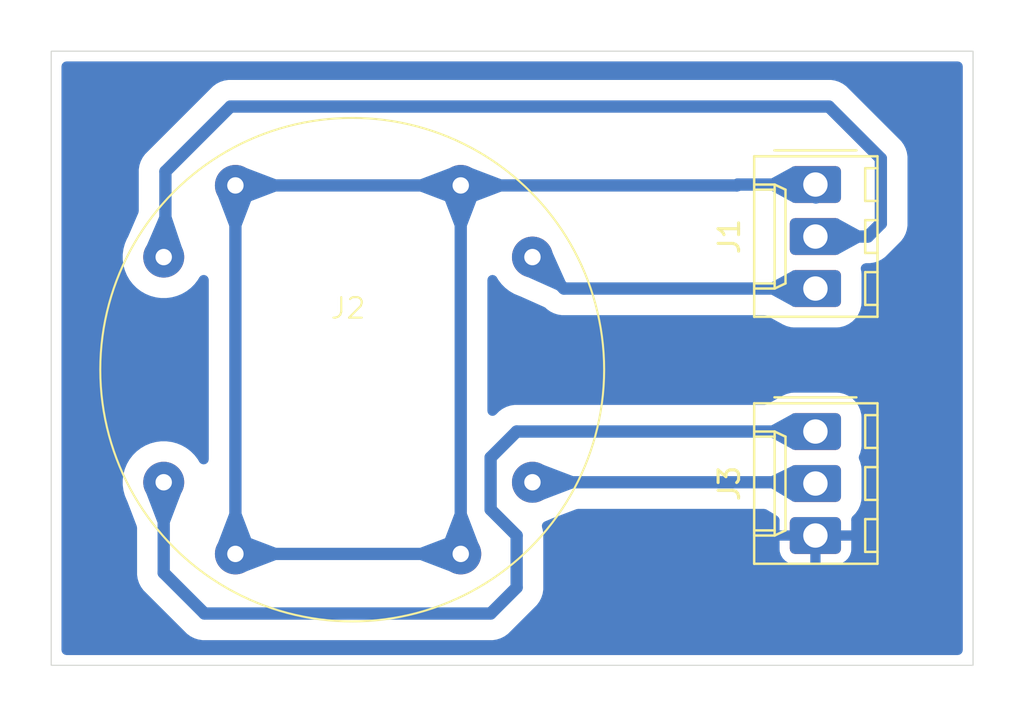
<source format=kicad_pcb>
(kicad_pcb (version 20241229) (generator "pcbnew") (generator_version "9.0")
  (layers (0 "F.Cu" signal) (2 "B.Cu" signal) (13 "F.Paste" user) (15 "B.Paste" user) (5 "F.SilkS" user "F.Silkscreen") (7 "B.SilkS" user "B.Silkscreen") (1 "F.Mask" user) (3 "B.Mask" user) (25 "Edge.Cuts" user))
  (net 0 "")
  (net 1 "+3.3V")
  (net 2 "GND")
  (net 3 "LDR_SD")
  (net 4 "LDR_SI")
  (net 5 "LDR_II")
  (net 6 "LDR_ID")
  (footprint "Connector_Molex:Molex_KK-254_AE-6410-03A_1x03_P2.54mm_Vertical" (layer "F.Cu") (at 187.305 68.58 -90)
    (property "Reference" "J3" (at 2.54 4.205 90) (layer "F.SilkS"))
    (property "Value" "Conn_01x03")
    (fp_line (start -1.38 2.99) (end 6.46 2.99) (stroke (width 0.12)) (layer "F.SilkS"))
    (fp_line (start 0 2.99) (end 0 1.99) (stroke (width 0.12)) (layer "F.SilkS"))
    (fp_line (start 0.25 2.99) (end 0.25 1.99) (stroke (width 0.12)) (layer "F.SilkS"))
    (fp_line (start 4.83 2.99) (end 4.83 1.99) (stroke (width 0.12)) (layer "F.SilkS"))
    (fp_line (start 6.46 2.99) (end 6.46 -3.03) (stroke (width 0.12)) (layer "F.SilkS"))
    (fp_line (start 0 1.99) (end 5.08 1.99) (stroke (width 0.12)) (layer "F.SilkS"))
    (fp_line (start 0 1.99) (end 0.25 1.46) (stroke (width 0.12)) (layer "F.SilkS"))
    (fp_line (start 5.08 1.99) (end 5.08 2.99) (stroke (width 0.12)) (layer "F.SilkS"))
    (fp_line (start 0.25 1.46) (end 4.83 1.46) (stroke (width 0.12)) (layer "F.SilkS"))
    (fp_line (start 4.83 1.46) (end 5.08 1.99) (stroke (width 0.12)) (layer "F.SilkS"))
    (fp_line (start -1.67 -2) (end -1.67 2) (stroke (width 0.12)) (layer "F.SilkS"))
    (fp_line (start -0.8 -2.43) (end 0.8 -2.43) (stroke (width 0.12)) (layer "F.SilkS"))
    (fp_line (start 0.8 -2.43) (end 0.8 -3.03) (stroke (width 0.12)) (layer "F.SilkS"))
    (fp_line (start 1.74 -2.43) (end 3.34 -2.43) (stroke (width 0.12)) (layer "F.SilkS"))
    (fp_line (start 3.34 -2.43) (end 3.34 -3.03) (stroke (width 0.12)) (layer "F.SilkS"))
    (fp_line (start 4.28 -2.43) (end 5.88 -2.43) (stroke (width 0.12)) (layer "F.SilkS"))
    (fp_line (start 5.88 -2.43) (end 5.88 -3.03) (stroke (width 0.12)) (layer "F.SilkS"))
    (fp_line (start -1.38 -3.03) (end -1.38 2.99) (stroke (width 0.12)) (layer "F.SilkS"))
    (fp_line (start -0.8 -3.03) (end -0.8 -2.43) (stroke (width 0.12)) (layer "F.SilkS"))
    (fp_line (start 1.74 -3.03) (end 1.74 -2.43) (stroke (width 0.12)) (layer "F.SilkS"))
    (fp_line (start 4.28 -3.03) (end 4.28 -2.43) (stroke (width 0.12)) (layer "F.SilkS"))
    (fp_line (start 6.46 -3.03) (end -1.38 -3.03) (stroke (width 0.12)) (layer "F.SilkS"))
    (pad "1" thru_hole roundrect (at 0 0 270) (size 1.8 2.5) (drill 1.19) (layers "*.Cu" "*.Mask") (roundrect_rratio 0.143678) (net 5 "LDR_II"))
    (pad "2" thru_hole roundrect (at 2.54 0 270) (size 1.8 2.5) (drill 1.19) (layers "*.Cu" "*.Mask") (roundrect_rratio 0.143678) (net 6 "LDR_ID"))
    (pad "3" thru_hole roundrect (at 5.08 0 270) (size 1.8 2.5) (drill 1.19) (layers "*.Cu" "*.Mask") (roundrect_rratio 0.143678) (net 2 "GND"))
  )
  (footprint "@EmersonPrez15:LDR_PANEL" (layer "F.Cu") (at 164.991748 65.558374)
    (property "Reference" "J2" (at -0.5 -3 0) (layer "F.SilkS") (effects (font (thickness 0.1))))
    (property "Value" "Conn_01x08")
    (fp_circle (center -0.298374 0) (end -11.298374 -5.5) (stroke (width 0.1)) (fill no) (layer "F.SilkS"))
    (pad "1" thru_hole circle (at -9.5 5.5 180) (size 2 2) (drill 0.8) (layers "*.Cu" "*.Mask") (net 5 "LDR_II"))
    (pad "2" thru_hole circle (at -6 9 90) (size 2 2) (drill 0.8) (layers "*.Cu" "*.Mask") (net 1 "+3.3V"))
    (pad "3" thru_hole circle (at 5 9 90) (size 2 2) (drill 0.8) (layers "*.Cu" "*.Mask") (net 1 "+3.3V"))
    (pad "4" thru_hole circle (at 8.5 5.5 180) (size 2 2) (drill 0.8) (layers "*.Cu" "*.Mask") (net 6 "LDR_ID"))
    (pad "5" thru_hole circle (at 8.5 -5.5 180) (size 2 2) (drill 0.8) (layers "*.Cu" "*.Mask") (net 3 "LDR_SD"))
    (pad "6" thru_hole circle (at 5 -9 90) (size 2 2) (drill 0.8) (layers "*.Cu" "*.Mask") (net 1 "+3.3V"))
    (pad "7" thru_hole circle (at -6 -9 90) (size 2 2) (drill 0.8) (layers "*.Cu" "*.Mask") (net 1 "+3.3V"))
    (pad "8" thru_hole circle (at -9.5 -5.5 180) (size 2 2) (drill 0.8) (layers "*.Cu" "*.Mask") (net 4 "LDR_SI"))
  )
  (footprint "Connector_Molex:Molex_KK-254_AE-6410-03A_1x03_P2.54mm_Vertical" (layer "F.Cu") (at 187.305 56.515 -90)
    (property "Reference" "J1" (at 2.54 4.205 90) (layer "F.SilkS"))
    (property "Value" "Conn_01x03")
    (fp_line (start -1.38 2.99) (end 6.46 2.99) (stroke (width 0.12)) (layer "F.SilkS"))
    (fp_line (start 0 2.99) (end 0 1.99) (stroke (width 0.12)) (layer "F.SilkS"))
    (fp_line (start 0.25 2.99) (end 0.25 1.99) (stroke (width 0.12)) (layer "F.SilkS"))
    (fp_line (start 4.83 2.99) (end 4.83 1.99) (stroke (width 0.12)) (layer "F.SilkS"))
    (fp_line (start 6.46 2.99) (end 6.46 -3.03) (stroke (width 0.12)) (layer "F.SilkS"))
    (fp_line (start 0 1.99) (end 5.08 1.99) (stroke (width 0.12)) (layer "F.SilkS"))
    (fp_line (start 0 1.99) (end 0.25 1.46) (stroke (width 0.12)) (layer "F.SilkS"))
    (fp_line (start 5.08 1.99) (end 5.08 2.99) (stroke (width 0.12)) (layer "F.SilkS"))
    (fp_line (start 0.25 1.46) (end 4.83 1.46) (stroke (width 0.12)) (layer "F.SilkS"))
    (fp_line (start 4.83 1.46) (end 5.08 1.99) (stroke (width 0.12)) (layer "F.SilkS"))
    (fp_line (start -1.67 -2) (end -1.67 2) (stroke (width 0.12)) (layer "F.SilkS"))
    (fp_line (start -0.8 -2.43) (end 0.8 -2.43) (stroke (width 0.12)) (layer "F.SilkS"))
    (fp_line (start 0.8 -2.43) (end 0.8 -3.03) (stroke (width 0.12)) (layer "F.SilkS"))
    (fp_line (start 1.74 -2.43) (end 3.34 -2.43) (stroke (width 0.12)) (layer "F.SilkS"))
    (fp_line (start 3.34 -2.43) (end 3.34 -3.03) (stroke (width 0.12)) (layer "F.SilkS"))
    (fp_line (start 4.28 -2.43) (end 5.88 -2.43) (stroke (width 0.12)) (layer "F.SilkS"))
    (fp_line (start 5.88 -2.43) (end 5.88 -3.03) (stroke (width 0.12)) (layer "F.SilkS"))
    (fp_line (start -1.38 -3.03) (end -1.38 2.99) (stroke (width 0.12)) (layer "F.SilkS"))
    (fp_line (start -0.8 -3.03) (end -0.8 -2.43) (stroke (width 0.12)) (layer "F.SilkS"))
    (fp_line (start 1.74 -3.03) (end 1.74 -2.43) (stroke (width 0.12)) (layer "F.SilkS"))
    (fp_line (start 4.28 -3.03) (end 4.28 -2.43) (stroke (width 0.12)) (layer "F.SilkS"))
    (fp_line (start 6.46 -3.03) (end -1.38 -3.03) (stroke (width 0.12)) (layer "F.SilkS"))
    (pad "1" thru_hole roundrect (at 0 0 270) (size 1.8 2.5) (drill 1.19) (layers "*.Cu" "*.Mask") (roundrect_rratio 0.143678) (net 1 "+3.3V"))
    (pad "2" thru_hole roundrect (at 2.54 0 270) (size 1.8 2.5) (drill 1.19) (layers "*.Cu" "*.Mask") (roundrect_rratio 0.143678) (net 4 "LDR_SI"))
    (pad "3" thru_hole roundrect (at 5.08 0 270) (size 1.8 2.5) (drill 1.19) (layers "*.Cu" "*.Mask") (roundrect_rratio 0.143678) (net 3 "LDR_SD"))
  )
  (gr_rect (start 150 50) (end 195 80) (stroke (width 0.05)) (fill no) (layer "Edge.Cuts"))
  (segment (start 158.991748 74.558374) (end 169.991748 74.558374) (width 0.6) (layer "B.Cu") (net 1))
  (segment (start 169.991748 56.558374) (end 183.471626 56.558374) (width 0.6) (layer "B.Cu") (net 1))
  (segment (start 169.991748 74.558374) (end 169.991748 56.558374) (width 0.6) (layer "B.Cu") (net 1))
  (segment (start 186.69 56.515) (end 187.325 57.15) (width 0.6) (layer "B.Cu") (net 1))
  (segment (start 158.991748 56.558374) (end 169.991748 56.558374) (width 0.6) (layer "B.Cu") (net 1))
  (segment (start 158.991748 74.558374) (end 158.991748 56.558374) (width 0.6) (layer "B.Cu") (net 1))
  (segment (start 183.515 56.515) (end 186.69 56.515) (width 0.6) (layer "B.Cu") (net 1))
  (segment (start 183.471626 56.558374) (end 183.515 56.515) (width 0.6) (layer "B.Cu") (net 1))
  (segment (start 173.491748 60.058374) (end 175.028374 61.595) (width 0.6) (layer "B.Cu") (net 3))
  (segment (start 175.028374 61.595) (end 187.305 61.595) (width 0.6) (layer "B.Cu") (net 3))
  (segment (start 155.575 55.88) (end 155.575 59.975122) (width 0.6) (layer "B.Cu") (net 4))
  (segment (start 155.575 59.975122) (end 155.491748 60.058374) (width 0.6) (layer "B.Cu") (net 4))
  (segment (start 190.5 55.245) (end 187.96 52.705) (width 0.6) (layer "B.Cu") (net 4))
  (segment (start 189.865 59.055) (end 190.5 58.42) (width 0.6) (layer "B.Cu") (net 4))
  (segment (start 158.75 52.705) (end 155.575 55.88) (width 0.6) (layer "B.Cu") (net 4))
  (segment (start 187.305 59.055) (end 189.865 59.055) (width 0.6) (layer "B.Cu") (net 4))
  (segment (start 187.96 52.705) (end 158.75 52.705) (width 0.6) (layer "B.Cu") (net 4))
  (segment (start 190.5 58.42) (end 190.5 55.245) (width 0.6) (layer "B.Cu") (net 4))
  (segment (start 171.45 77.47) (end 172.72 76.2) (width 0.6) (layer "B.Cu") (net 5))
  (segment (start 172.72 76.2) (end 172.72 73.66) (width 0.6) (layer "B.Cu") (net 5))
  (segment (start 171.45 69.85) (end 172.72 68.58) (width 0.6) (layer "B.Cu") (net 5))
  (segment (start 155.491748 71.058374) (end 155.491748 75.481748) (width 0.6) (layer "B.Cu") (net 5))
  (segment (start 172.72 73.66) (end 171.45 72.39) (width 0.6) (layer "B.Cu") (net 5))
  (segment (start 157.48 77.47) (end 171.45 77.47) (width 0.6) (layer "B.Cu") (net 5))
  (segment (start 155.491748 75.481748) (end 157.48 77.47) (width 0.6) (layer "B.Cu") (net 5))
  (segment (start 172.72 68.58) (end 187.305 68.58) (width 0.6) (layer "B.Cu") (net 5))
  (segment (start 171.45 72.39) (end 171.45 69.85) (width 0.6) (layer "B.Cu") (net 5))
  (segment (start 173.491748 71.058374) (end 187.243374 71.058374) (width 0.6) (layer "B.Cu") (net 6))
  (segment (start 187.243374 71.058374) (end 187.305 71.12) (width 0.6) (layer "B.Cu") (net 6))
  (zone (net 2) (net_name "GND") (layer "B.Cu") (connect_pads (clearance 1)) (min_thickness 0.5) (fill yes (thermal_gap 0.5) (thermal_bridge_width 0.5))
    (polygon (pts (xy 147.5 47.5) (xy 197.5 47.5) (xy 197.5 82.5) (xy 147.5 82.5)))
  )
)
</source>
